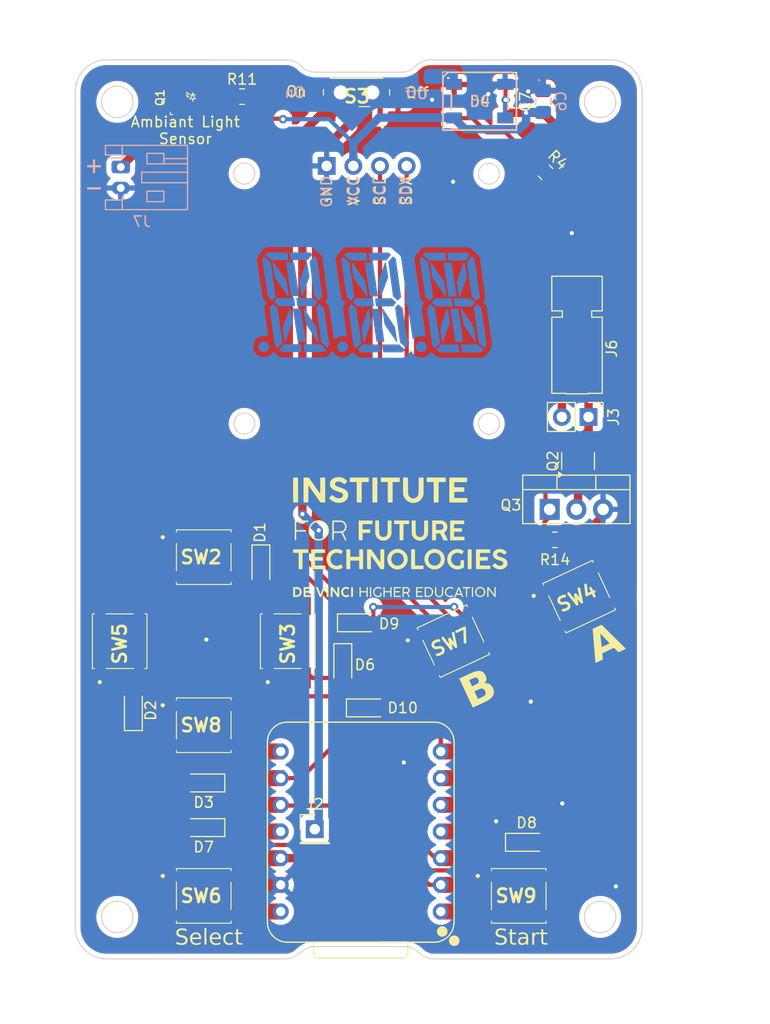
<source format=kicad_pcb>
(kicad_pcb (version 20241229) (generator "pcbnew") (generator_version "9.0")
  (title_block (comment 4 "AISLER Project ID: YSYHIEGV"))
  (layers (0 "F.Cu" signal) (2 "B.Cu" signal) (13 "F.Paste" user) (15 "B.Paste" user) (5 "F.SilkS" user "F.Silkscreen") (7 "B.SilkS" user "B.Silkscreen") (1 "F.Mask" user) (3 "B.Mask" user) (25 "Edge.Cuts" user))
  (net 0 "")
  (net 1 "O_2")
  (net 2 "Net-(D7-A)")
  (net 3 "O_3")
  (net 4 "Net-(D8-A)")
  (net 5 "Net-(D10-A)")
  (net 6 "O_1")
  (net 7 "Net-(D6-A)")
  (net 8 "Net-(D9-A)")
  (net 9 "+3.3V")
  (net 10 "GND")
  (net 11 "I_1")
  (net 12 "Net-(D1-A)")
  (net 13 "Net-(D2-A)")
  (net 14 "I_2")
  (net 15 "I_3")
  (net 16 "Net-(D3-A)")
  (net 17 "Net-(D4-DIN)")
  (net 18 "Net-(D4-DO)")
  (net 19 "/RGB_OUT")
  (net 20 "/SDA")
  (net 21 "/SCL")
  (net 22 "Tr_DRAIN")
  (net 23 "Photo_Tr")
  (net 24 "RGB_LEDs")
  (net 25 "Tr_GATE")
  (net 27 "+BATT_after_switch")
  (net 28 "+BATT")
  (footprint "Resistor_SMD:R_0805_2012Metric_Pad1.20x1.40mm_HandSolder" (layer "F.Cu") (at 168.8 63.1 -45)
    (property "Reference" "R4")
    (property "Value" "330")
  )
  (footprint "LED_SMD:LED_Inolux_IN-PI554FCH_PLCC4_5.0x5.0mm_P3.2mm" (layer "F.Cu") (at 162.55 56.35)
    (property "Reference" "D4")
    (property "Value" "Inolux_IN-PI554FCH")
  )
  (footprint "footprints:SSD1306_module" (layer "F.Cu") (at 151.77 70.12)
    (property "Reference" "J1" (hide yes))
    (property "Value" "Conn_01x04_Socket")
    (fp_circle (center -11.6525 -6.89) (end -10.6525 -6.89) (stroke (width 0.1)) (fill no) (layer "Edge.Cuts"))
    (fp_circle (center -11.644941 16.913663) (end -10.644941 16.913663) (stroke (width 0.1)) (fill no) (layer "Edge.Cuts"))
    (fp_circle (center 11.653495 -6.880162) (end 12.653495 -6.880162) (stroke (width 0.1)) (fill no) (layer "Edge.Cuts"))
    (fp_circle (center 11.653495 16.913663) (end 12.653495 16.913663) (stroke (width 0.1)) (fill no) (layer "Edge.Cuts"))
  )
  (footprint "footprints:PTS526SK15SMTR2LFS" (layer "F.Cu") (at 160.026577 107.744346 25)
    (property "Reference" "SW7")
    (property "Value" "PTS526_SK15_SMTR2_LFS" (hide yes))
  )
  (footprint "footprints:PTS526SK15SMTR2LFS" (layer "F.Cu") (at 136.25 99.75)
    (property "Reference" "SW2")
    (property "Value" "PTS526_SK15_SMTR2_LFS" (hide yes))
  )
  (footprint "Diode_SMD:D_SOD-323_HandSoldering" (layer "F.Cu") (at 136.25 121.25 180)
    (property "Reference" "D3")
    (property "Value" "1N4148WS")
  )
  (footprint "Resistor_SMD:R_0805_2012Metric_Pad1.20x1.40mm_HandSolder" (layer "F.Cu") (at 139.9 55.9)
    (property "Reference" "R11")
    (property "Value" "1M")
  )
  (footprint "footprints:PTS526SK15SMTR2LFS" (layer "F.Cu") (at 166.25 132)
    (property "Reference" "SW9")
    (property "Value" "PTS526_SK15_SMTR2_LFS" (hide yes))
  )
  (footprint "Motors:Vybronics_VZ30C1T8219732L" (layer "F.Cu") (at 171.8 78.6 180)
    (property "Reference" "J6")
    (property "Value" "Conn_01x02_Pin")
  )
  (footprint "Local footprints:SFH3710" (layer "F.Cu") (at 133.8 55.9 90)
    (property "Reference" "Q1")
    (property "Value" "Q_Photo_NPN")
  )
  (footprint "Diode_SMD:D_SOD-323_HandSoldering" (layer "F.Cu") (at 136.25 125.5 180)
    (property "Reference" "D7")
    (property "Value" "1N4148WS")
  )
  (footprint "Diode_SMD:D_SOD-323_HandSoldering" (layer "F.Cu") (at 151 106)
    (property "Reference" "D9")
    (property "Value" "1N4148WS")
  )
  (footprint "Diode_SMD:D_SOD-323_HandSoldering" (layer "F.Cu") (at 167 126.9)
    (property "Reference" "D8")
    (property "Value" "1N4148WS")
  )
  (footprint "footprints:PTS526SK15SMTR2LFS" (layer "F.Cu") (at 136.25 132)
    (property "Reference" "SW6")
    (property "Value" "PTS526_SK15_SMTR2_LFS" (hide yes))
  )
  (footprint "Diode_SMD:D_SOD-323_HandSoldering" (layer "F.Cu") (at 129.55 114.25 90)
    (property "Reference" "D2")
    (property "Value" "1N4148WS")
  )
  (footprint "footprints:PTS526SK15SMTR2LFS" (layer "F.Cu") (at 172.0122 103.510001 25)
    (property "Reference" "SW4")
    (property "Value" "PTS526_SK15_SMTR2_LFS" (hide yes))
  )
  (footprint "Fiducial:Fiducial_0.5mm_Mask1.5mm" (layer "F.Cu") (at 128 130.6)
    (property "Reference" "REF**" (hide yes))
    (property "Value" "Fiducial_0.5mm_Mask1.5mm")
  )
  (footprint "footprints:MSK12C02" (layer "F.Cu") (at 150.8 55.5 180)
    (property "Reference" "S3")
    (property "Value" "MSK12C02" (hide yes))
  )
  (footprint "footprints:PTS526SK15SMTR2LFS" (layer "F.Cu") (at 144.25 107.75 90)
    (property "Reference" "SW3")
    (property "Value" "PTS526_SK15_SMTR2_LFS" (hide yes))
  )
  (footprint "Diode_SMD:D_SOD-323_HandSoldering" (layer "F.Cu") (at 151.85 114.1)
    (property "Reference" "D10")
    (property "Value" "1N4148WS")
  )
  (footprint "footprints:PTS526SK15SMTR2LFS" (layer "F.Cu") (at 128.25 107.75 90)
    (property "Reference" "SW5")
    (property "Value" "PTS526_SK15_SMTR2_LFS" (hide yes))
  )
  (footprint "Diode_SMD:D_SOD-323_HandSoldering" (layer "F.Cu") (at 141.7 100.6 -90)
    (property "Reference" "D1")
    (property "Value" "1N4148WS")
  )
  (footprint "Resistor_SMD:R_0805_2012Metric_Pad1.20x1.40mm_HandSolder" (layer "F.Cu") (at 169.7 98.1)
    (property "Reference" "R14")
    (property "Value" "10K")
  )
  (footprint "Capacitor_SMD:C_0805_2012Metric_Pad1.18x1.45mm_HandSolder" (layer "F.Cu") (at 168.55 56.4 90)
    (property "Reference" "C7")
    (property "Value" "10u")
  )
  (footprint "footprints:PTS526SK15SMTR2LFS" (layer "F.Cu") (at 136.25 115.75)
    (property "Reference" "SW8")
    (property "Value" "PTS526_SK15_SMTR2_LFS" (hide yes))
  )
  (footprint "footprints:XIAO-ESP32S3-DIP" (layer "F.Cu") (at 151.205 125.87 180)
    (property "Reference" "U1" (hide yes))
    (property "Value" "XIAO-ESP32-S3-DIP")
  )
  (footprint "Connector_PinHeader_2.54mm:PinHeader_1x01_P2.54mm_Vertical" (layer "F.Cu") (at 146.825 125.65)
    (property "Reference" "J2")
    (property "Value" "Conn_01x01_Pin")
  )
  (footprint "Package_TO_SOT_THT:TO-220-3_Vertical" (layer "F.Cu") (at 169.2 95.2)
    (property "Reference" "Q3")
    (property "Value" "IRFZ44N")
  )
  (footprint "Package_TO_SOT_SMD:SOT-23-3" (layer "F.Cu") (at 171.9 90.6 90)
    (property "Reference" "Q2")
    (property "Value" "Q_NMOS_GSD")
  )
  (footprint "Connector_PinHeader_2.54mm:PinHeader_1x02_P2.54mm_Vertical" (layer "F.Cu") (at 172.9 86.4 -90)
    (property "Reference" "J3")
    (property "Value" "Conn_01x02_Pin")
  )
  (footprint "footprints:Logo_IFT_50mm_silk" (layer "F.Cu") (at 155 96)
    (property "Reference" "REF**" (hide yes))
    (property "Value" "LOGO" (hide yes))
  )
  (footprint "Diode_SMD:D_SOD-323_HandSoldering" (layer "F.Cu") (at 149.5 110 -90)
    (property "Reference" "D6")
    (property "Value" "1N4148WS")
  )
  (footprint "LED_SMD:LED_Inolux_IN-PI554FCH_PLCC4_5.0x5.0mm_P3.2mm" (layer "B.Cu") (at 162.5 56.3 180)
    (property "Reference" "D5")
    (property "Value" "Inolux_IN-PI554FCH")
  )
  (footprint "footprints:segments" (layer "B.Cu") (at 145 75.475 180)
    (property "Reference" "REF**" (hide yes))
    (property "Value" "LOGO" (hide yes))
  )
  (footprint "Connector_JST:JST_PH_S2B-PH-K_1x02_P2.00mm_Horizontal" (layer "B.Cu") (at 128.35 62.6 -90)
    (property "Reference" "J7")
    (property "Value" "Conn_01x02")
  )
  (footprint "Capacitor_SMD:C_0805_2012Metric_Pad1.18x1.45mm_HandSolder" (layer "B.Cu") (at 168.6 56.3375 90)
    (property "Reference" "C6")
    (property "Value" "10u")
  )
  (footprint "footprints:segments" (layer "B.Cu") (at 160 75.5 180)
    (property "Reference" "REF**" (hide yes))
    (property "Value" "LOGO" (hide yes))
  )
  (footprint "footprints:segments" (layer "B.Cu") (at 152.5 75.5 180)
    (property "Reference" "REF**" (hide yes))
    (property "Value" "LOGO" (hide yes))
  )
  (gr_line (start 146.943063 53.573774) (end 155.014633 53.573774) (stroke (width 0.1)) (layer "Edge.Cuts"))
  (gr_arc (start 156.428847 52.987989) (mid 155.780003 53.42154) (end 155.014633 53.573774) (stroke (width 0.1)) (layer "Edge.Cuts"))
  (gr_arc (start 178.000001 135.000001) (mid 177.121321 137.121321) (end 175 138.000001) (stroke (width 0.1)) (layer "Edge.Cuts"))
  (gr_arc (start 124.02 55.400001) (mid 124.898674 53.278669) (end 127.02 52.400001) (stroke (width 0.1)) (layer "Edge.Cuts"))
  (gr_arc (start 146.943063 53.573774) (mid 146.177709 53.421505) (end 145.528848 52.987988) (stroke (width 0.1)) (layer "Edge.Cuts"))
  (gr_circle (center 128.02 56.400001) (end 129.520001 56.400001) (stroke (width 0.1)) (fill no) (layer "Edge.Cuts"))
  (gr_arc (start 145.4218 137.416002) (mid 146.070647 136.982454) (end 146.836016 136.830215) (stroke (width 0.1)) (layer "Edge.Cuts"))
  (gr_arc (start 127.02 138.000002) (mid 124.898674 137.121323) (end 124.02 135.000002) (stroke (width 0.1)) (layer "Edge.Cuts"))
  (gr_line (start 127.02 138.000002) (end 144.007585 138.001787) (stroke (width 0.1)) (layer "Edge.Cuts"))
  (gr_arc (start 144.114633 52.402201) (mid 144.879999 52.554447) (end 145.528848 52.987988) (stroke (width 0.1)) (layer "Edge.Cuts"))
  (gr_line (start 146.836016 136.830215) (end 155.358864 136.828471) (stroke (width 0.1)) (layer "Edge.Cuts"))
  (gr_line (start 175 52.400002) (end 157.843063 52.402201) (stroke (width 0.1)) (layer "Edge.Cuts"))
  (gr_arc (start 175 52.400002) (mid 177.121314 53.278682) (end 178 55.400001) (stroke (width 0.1)) (layer "Edge.Cuts"))
  (gr_circle (center 174 56.402201) (end 175.500001 56.402201) (stroke (width 0.1)) (fill no) (layer "Edge.Cuts"))
  (gr_line (start 178 55.400001) (end 178.000001 135.000001) (stroke (width 0.1)) (layer "Edge.Cuts"))
  (gr_circle (center 174 134.000001) (end 174 132.5) (stroke (width 0.1)) (fill no) (layer "Edge.Cuts"))
  (gr_line (start 124.02 135.000002) (end 124.02 55.400001) (stroke (width 0.1)) (layer "Edge.Cuts"))
  (gr_arc (start 156.428847 52.987989) (mid 157.077687 52.554421) (end 157.843063 52.402201) (stroke (width 0.1)) (layer "Edge.Cuts"))
  (gr_arc (start 158.187294 138.000042) (mid 157.421925 137.847802) (end 156.773079 137.414256) (stroke (width 0.1)) (layer "Edge.Cuts"))
  (gr_line (start 144.114633 52.402201) (end 127.02 52.400001) (stroke (width 0.1)) (layer "Edge.Cuts"))
  (gr_line (start 158.187294 138.000041) (end 175 138.000001) (stroke (width 0.1)) (layer "Edge.Cuts"))
  (gr_arc (start 155.358864 136.828471) (mid 156.124228 136.980711) (end 156.773079 137.414256) (stroke (width 0.1)) (layer "Edge.Cuts"))
  (gr_circle (center 128.020001 134.000002) (end 128.020001 132.500001) (stroke (width 0.1)) (fill no) (layer "Edge.Cuts"))
  (gr_arc (start 145.4218 137.416002) (mid 144.772952 137.849543) (end 144.007585 138.001787) (stroke (width 0.1)) (layer "Edge.Cuts"))
  (gr_text "+" (at 125.8 63.3 -0) (layer "F.SilkS") (effects (font (size 1.5 1.5) (thickness 0.2)) (justify bottom)))
  (gr_text "B" (at 161.75 114.7 25) (layer "F.SilkS") (effects (font (size 3 3) (thickness 0.6) (bold yes)) (justify left bottom)))
  (gr_text "On" (at 144 56 0) (layer "F.SilkS") (effects (font (size 1 1)) (justify left bottom)))
  (gr_text "A" (at 173.75 110.3 25) (layer "F.SilkS") (effects (font (size 3 3) (thickness 0.6) (bold yes)) (justify left bottom)))
  (gr_text "-" (at 125.8 65.4 0) (layer "F.SilkS") (effects (font (size 1.5 1.5) (thickness 0.2)) (justify bottom)))
  (gr_text "Start" (at 163.9 136.9 0) (layer "F.SilkS") (effects (font (size 1.5 1.5)) (justify left bottom)))
  (gr_text "Off" (at 155.4 56.1 0) (layer "F.SilkS") (effects (font (size 1 1)) (justify left bottom)))
  (gr_text "Ambiant Light\nSensor" (at 134.5 60.5 0) (layer "F.SilkS") (effects (font (size 1 1)) (justify bottom)))
  (gr_text "Select" (at 133.5 136.9 0) (layer "F.SilkS") (effects (font (size 1.5 1.5)) (justify left bottom)))
  (gr_text "-" (at 125.8 65.4 -0) (layer "B.SilkS") (effects (font (size 1.5 1.5) (thickness 0.2)) (justify bottom mirror)))
  (gr_text "On" (at 146 56.1 -0) (layer "B.SilkS") (effects (font (size 1 1)) (justify left bottom mirror)))
  (gr_text "Off" (at 157.7 56.2 -0) (layer "B.SilkS") (effects (font (size 1 1)) (justify left bottom mirror)))
  (gr_text "+" (at 125.8 63.3 0) (layer "B.SilkS") (effects (font (size 1.5 1.5) (thickness 0.2)) (justify bottom mirror)))
  (segment (start 139.25 130) (end 139.25 129) (width 0.4) (layer "F.Cu") (net 1))
  (segment (start 142.4 110.75) (end 142.4 104.75) (width 0.4) (layer "F.Cu") (net 1))
  (segment (start 128.85 114.2) (end 128.1 114.95) (width 0.4) (layer "F.Cu") (net 1))
  (segment (start 142.4 110.75) (end 138.9 110.75) (width 0.4) (layer "F.Cu") (net 1))
  (segment (start 153.95 127.15) (end 157.75 130.95) (width 0.4) (layer "F.Cu") (net 1))
  (segment (start 157.75 130.95) (end 159.66 130.95) (width 0.4) (layer "F.Cu") (net 1))
  (segment (start 141.1 127.15) (end 153.95 127.15) (width 0.4) (layer "F.Cu") (net 1))
  (segment (start 134.25 115.4) (end 131.6 115.4) (width 0.4) (layer "F.Cu") (net 1))
  (segment (start 139.25 129) (end 141.1 127.15) (width 0.4) (layer "F.Cu") (net 1))
  (segment (start 131.6 115.4) (end 130.4 114.2) (width 0.4) (layer "F.Cu") (net 1))
  (segment (start 128.1 114.95) (end 128.1 124.85) (width 0.4) (layer "F.Cu") (net 1))
  (segment (start 138.9 110.75) (end 134.25 115.4) (width 0.4) (layer "F.Cu") (net 1))
  (segment (start 130.4 114.2) (end 128.85 114.2) (width 0.4) (layer "F.Cu") (net 1))
  (segment (start 128.1 124.85) (end 133.25 130) (width 0.4) (layer "F.Cu") (net 1))
  (segment (start 162.75 130.15) (end 162.65 130.15) (width 0.4) (layer "F.Cu") (net 1))
  (segment (start 162.65 130.15) (end 161.85 130.95) (width 0.4) (layer "F.Cu") (net 1))
  (segment (start 161.85 130.95) (end 159.66 130.95) (width 0.4) (layer "F.Cu") (net 1))
  (segment (start 135 131.95) (end 133.25 133.7) (width 0.4) (layer "F.Cu") (net 2))
  (segment (start 135 125.5) (end 135 131.95) (width 0.4) (layer "F.Cu") (net 2))
  (segment (start 133.25 133.7) (end 139.25 133.7) (width 0.4) (layer "F.Cu") (net 2))
  (segment (start 158.825 112.322918) (end 159.2 111.947918) (width 0.4) (layer "F.Cu") (net 3))
  (segment (start 158.825 118.25) (end 158.825 112.322918) (width 0.4) (layer "F.Cu") (net 3))
  (segment (start 162.41681 104.588513) (end 163.692827 103.312496) (width 0.4) (layer "F.Cu") (net 3))
  (segment (start 157.235531 107.335531) (end 156.52581 107.335531) (width 0.4) (layer "F.Cu") (net 3))
  (segment (start 159.2 111.947918) (end 159.2 109.3) (width 0.4) (layer "F.Cu") (net 3))
  (segment (start 163.692827 103.312496) (end 168.058279 103.312496) (width 0.4) (layer "F.Cu") (net 3))
  (segment (start 159.2 109.3) (end 157.235531 107.335531) (width 0.4) (layer "F.Cu") (net 3))
  (segment (start 163.4 133.85) (end 162.75 133.85) (width 0.4) (layer "F.Cu") (net 4))
  (segment (start 168.249999 126.9) (end 168.249999 129.000001) (width 0.4) (layer "F.Cu") (net 4))
  (segment (start 168.249999 129.000001) (end 163.4 133.85) (width 0.4) (layer "F.Cu") (net 4))
  (segment (start 157.51113 110.68887) (end 158.089497 110.68887) (width 0.4) (layer "F.Cu") (net 5))
  (segment (start 153.1 114.1) (end 153.571633 113.628367) (width 0.4) (layer "F.Cu") (net 5))
  (segment (start 154.571633 113.628367) (end 157.51113 110.68887) (width 0.4) (layer "F.Cu") (net 5))
  (segment (start 153.571633 113.628367) (end 154.571633 113.628367) (width 0.4) (layer "F.Cu") (net 5))
  (segment (start 142.75 118.25) (end 139.25 114.75) (width 0.4) (layer "F.Cu") (net 6))
  (segment (start 126.4 110.75) (end 126.4 104.75) (width 0.4) (layer "F.Cu") (net 6))
  (segment (start 126.4 104.75) (end 126.4 103) (width 0.4) (layer "F.Cu") (net 6))
  (segment (start 133.25 111.6) (end 126.4 104.75) (width 0.4) (layer "F.Cu") (net 6))
  (segment (start 131.5 97.9) (end 139.25 97.9) (width 0.4) (layer "F.Cu") (net 6))
  (segment (start 126.4 103) (end 131.5 97.9) (width 0.4) (layer "F.Cu") (net 6))
  (segment (start 139.25 114.75) (end 139.25 113.9) (width 0.4) (layer "F.Cu") (net 6))
  (segment (start 133.25 113.9) (end 133.25 111.6) (width 0.4) (layer "F.Cu") (net 6))
  (segment (start 149.5 111.25) (end 146.6 111.25) (width 0.4) (layer "F.Cu") (net 7))
  (segment (start 146.6 111.25) (end 146.1 110.75) (width 0.4) (layer "F.Cu") (net 7))
  (segment (start 146.1 110.75) (end 146.1 104.75) (width 0.4) (layer "F.Cu") (net 7))
  (segment (start 162.265834 106.665834) (end 160.1 104.5) (width 0.4) (layer "F.Cu") (net 8))
  (segment (start 152.4 105.85) (end 152.25 106) (width 0.4) (layer "F.Cu") (net 8))
  (segment (start 169.621967 106.665834) (end 162.265834 106.665834) (width 0.4) (layer "F.Cu") (net 8))
  (segment (start 152.4 104.5) (end 152.4 105.85) (width 0.4) (layer "F.Cu") (net 8))
  (via (at 160.1 104.5) (size 0.8) (drill 0.4) (layers "F.Cu" "B.Cu") (net 8))
  (via (at 152.4 104.5) (size 0.8) (drill 0.4) (layers "F.Cu" "B.Cu") (net 8))
  (segment (start 160.1 104.5) (end 152.4 104.5) (width 0.4) (layer "B.Cu") (net 8))
  (segment (start 170.36 86.4) (end 170.36 83.16) (width 0.8) (layer "F.Cu") (net 9))
  (segment (start 174.860363 101.694994) (end 173.395099 101.694994) (width 0.8) (layer "F.Cu") (net 9))
  (segment (start 168.2 77.7) (end 168.2 81) (width 0.8) (layer "F.Cu") (net 9))
  (segment (start 168.55 57.4375) (end 176.057657 64.945157) (width 0.8) (layer "F.Cu") (net 9))
  (segment (start 170.2 75.7) (end 168.2 77.7) (width 0.8) (layer "F.Cu") (net 9))
  (segment (start 168.2 81) (end 170.15 82.95) (width 0.8) (layer "F.Cu") (net 9))
  (segment (start 176.057657 75.7) (end 176.057657 100.4977) (width 0.8) (layer "F.Cu") (net 9))
  (segment (start 173.1 101.9) (end 173.1 129.7) (width 0.8) (layer "F.Cu") (net 9))
  (segment (start 176.057657 75.7) (end 170.2 75.7) (width 0.8) (layer "F.Cu") (net 9))
  (segment (start 167.9 131.9) (end 164.4 135.4) (width 0.8) (layer "F.Cu") (net 9))
  (segment (start 146.56 128.41) (end 143.585 128.41) (width 0.8) (layer "F.Cu") (net 9))
  (segment (start 170.9 131.9) (end 167.9 131.9) (width 0.8) (layer "F.Cu") (net 9))
  (segment (start 176.057657 64.945157) (end 176.057657 75.7) (width 0.8) (layer "F.Cu") (net 9))
  (segment (start 133.8 56.999999) (end 134.800001 58) (width 0.4) (layer "F.Cu") (net 9))
  (segment (start 170.36 83.16) (end 170.15 82.95) (width 0.8) (layer "F.Cu") (net 9))
  (segment (start 173.395099 101.694994) (end 173.350052 101.649948) (width 0.8) (layer "F.Cu") (net 9))
  (segment (start 165.5125 57.4375) (end 165 57.95) (width 0.8) (layer "F.Cu") (net 9))
  (segment (start 134.800001 58) (end 143.75 58) (width 0.4) (layer "F.Cu") (net 9))
  (segment (start 176.057657 100.4977) (end 174.860363 101.694994) (width 0.8) (layer "F.Cu") (net 9))
  (segment (start 143.75 58) (end 143.8 58.05) (width 0.4) (layer "F.Cu") (net 9))
  (segment (start 173.1 129.7) (end 170.9 131.9) (width 0.8) (layer "F.Cu") (net 9))
  (segment (start 173.350052 101.649948) (end 173.1 101.9) (width 0.8) (layer "F.Cu") (net 9))
  (segment (start 153.55 135.4) (end 146.56 128.41) (width 0.8) (layer "F.Cu") (net 9))
  (segment (start 168.55 57.4375) (end 166.95 57.4375) (width 0.8) (layer "F.Cu") (net 9))
  (segment (start 166.95 57.4375) (end 165.5125 57.4375) (width 0.8) (layer "F.Cu") (net 9))
  (segment (start 164.4 135.4) (end 153.55 135.4) (width 0.8) (layer "F.Cu") (net 9))
  (via (at 143.8 58.05) (size 0.8) (drill 0.4) (layers "F.Cu" "B.Cu") (net 9))
  (via (at 166.95 57.4375) (size 0.8) (drill 0.4) (layers "F.Cu" "B.Cu") (net 9))
  (segment (start 152.95 57.9) (end 150.5 60.35) (width 0.8) (layer "B.Cu") (net 9))
  (segment (start 148.2 58.05) (end 143.8 58.05) (width 0.4) (layer "B.Cu") (net 9))
  (segment (start 168.6 57.375) (end 167.0125 57.375) (width 0.8) (layer "B.Cu") (net 9))
  (segment (start 160.05 57.9) (end 152.95 57.9) (width 0.8) (layer "B.Cu") (net 9))
  (segment (start 167.0125 57.375) (end 166.95 57.4375) (width 0.8) (layer "B.Cu") (net 9))
  (segment (start 150.5 60.35) (end 148.2 58.05) (width 0.4) (layer "B.Cu") (net 9))
  (segment (start 166.95 58.352) (end 166.301 59.001) (width 0.8) (layer "B.Cu") (net 9))
  (segment (start 161.151 59.001) (end 160.05 57.9) (width 0.8) (layer "B.Cu") (net 9))
  (segment (start 166.95 57.4375) (end 166.95 58.352) (width 0.8) (layer "B.Cu") (net 9))
  (segment (start 150.5 60.35) (end 150.5 62.5) (width 0.8) (layer "B.Cu") (net 9))
  (segment (start 166.301 59.001) (end 161.151 59.001) (width 0.8) (layer "B.Cu") (net 9))
  (segment (start 174.28 95.82) (end 174.28 95.2) (width 0.8) (layer "F.Cu") (net 10))
  (segment (start 172 98.1) (end 174.28 95.82) (width 0.8) (layer "F.Cu") (net 10))
  (segment (start 170.7 98.1) (end 172 98.1) (width 0.8) (layer "F.Cu") (net 10))
  (via (at 164.1 124.9) (size 0.8) (drill 0.4) (layers "F.Cu" "B.Cu") (net 10))
  (via (at 171.3 68.9) (size 0.8) (drill 0.4) (layers "F.Cu" "B.Cu") (net 10))
  (via (at 167.4 113.5) (size 0.8) (drill 0.4) (layers "F.Cu" "B.Cu") (net 10))
  (via (at 158 56.2) (size 0.8) (drill 0.4) (layers "F.Cu" "B.Cu") (net 10))
  (via (at 163.35 55.65) (size 0.8) (drill 0.4) (layers "F.Cu" "B.Cu") (net 10))
  (via (at 167.15 55.4) (size 0.8) (drill 0.4) (layers "F.Cu" "B.Cu") (net 10))
  (via (at 155.3 119.3) (size 0.8) (drill 0.4) (layers "F.Cu" "B.Cu") (net 10))
  (via (at 170.4 123.2) (size 0.8) (drill 0.4) (layers "F.Cu" "B.Cu") (net 10))
  (via (at 160 64) (size 0.8) (drill 0.4) (layers "F.Cu" "B.Cu") (net 10))
  (via (at 136.5 107.6) (size 0.8) (drill 0.4) (layers "F.Cu" "B.Cu") (net 10))
  (via (at 175.5 131.1) (size 0.8) (drill 0.4) (layers "F.Cu" "B.Cu") (net 10))
  (segment (start 166.8 54.7) (end 168 54.7) (width 0.8) (layer "B.Cu") (net 10))
  (segment (start 166.8 55.05) (end 167.15 55.4) (width 0.4) (layer "B.Cu") (net 10))
  (segment (start 164.95 54.7) (end 164.3 54.7) (width 0.4) (layer "B.Cu") (net 10))
  (segment (start 164.95 54.7) (end 166.8 54.7) (width 0.8) (layer "B.Cu") (net 10))
  (segment (start 166.8 54.7) (end 166.8 55.05) (width 0.4) (layer "B.Cu") (net 10))
  (segment (start 164.3 54.7) (end 163.35 55.65) (width 0.4) (layer "B.Cu") (net 10))
  (segment (start 168 54.7) (end 168.6 55.3) (width 0.8) (layer "B.Cu") (net 10))
  (segment (start 149.8 105.3) (end 143.85 99.35) (width 0.4) (layer "F.Cu") (net 11))
  (segment (start 149.7 108.55) (end 149.5 108.75) (width 0.4) (layer "F.Cu") (net 11))
  (segment (start 145.51 120.79) (end 151.5 114.8) (width 0.4) (layer "F.Cu") (net 11))
  (segment (start 151.5 111.1) (end 149.5 109.1) (width 0.4) (layer "F.Cu") (net 11))
  (segment (start 143.85 99.35) (end 141.7 99.35) (width 0.4) (layer "F.Cu") (net 11))
  (segment (start 149.75 106) (end 149.8 105.95) (width 0.4) (layer "F.Cu") (net 11))
  (segment (start 151.5 114.8) (end 151.5 111.1) (width 0.4) (layer "F.Cu") (net 11))
  (segment (start 149.75 106) (end 149.7 106.05) (width 0.4) (layer "F.Cu") (net 11))
  (segment (start 149.8 105.95) (end 149.8 105.3) (width 0.4) (layer "F.Cu") (net 11))
  (segment (start 143.585 120.79) (end 145.51 120.79) (width 0.4) (layer "F.Cu") (net 11))
  (segment (start 149.5 109.1) (end 149.5 108.75) (width 0.4) (layer "F.Cu") (net 11))
  (segment (start 149.7 106.05) (end 149.7 108.55) (width 0.4) (layer "F.Cu") (net 11))
  (segment (start 141.15 101.6) (end 141.3 101.75) (width 0.4) (layer "F.Cu") (net 12))
  (segment (start 141.3 101.75) (end 141.6 101.75) (width 0.4) (layer "F.Cu") (net 12))
  (segment (start 141.6 101.75) (end 141.7 101.85) (width 0.4) (layer "F.Cu") (net 12))
  (segment (start 133.25 101.6) (end 141.15 101.6) (width 0.4) (layer "F.Cu") (net 12))
  (segment (start 130.1 112.45) (end 129.55 113) (width 0.4) (layer "F.Cu") (net 13))
  (segment (start 130.1 110.75) (end 130.1 112.45) (width 0.4) (layer "F.Cu") (net 13))
  (segment (start 150.6 114.1) (end 149.5 113) (width 0.4) (layer "F.Cu") (net 14))
  (segment (start 135.45 123.45) (end 136.35 124.35) (width 0.4) (layer "F.Cu") (net 14))
  (segment (start 149.5 113) (end 138.498 113) (width 0.4) (layer "F.Cu") (net 14))
  (segment (start 138.498 113) (end 136.35 115.148) (width 0.4) (layer "F.Cu") (net 14))
  (segment (start 136.35 115.148) (end 136.35 124.35) (width 0.4) (layer "F.Cu") (net 14))
  (segment (start 129.55 119.1) (end 133.7 123.25) (width 0.4) (layer "F.Cu") (net 14))
  (segment (start 129.55 115.5) (end 129.55 119.1) (width 0.4) (layer "F.Cu") (net 14))
  (segment (start 136.35 124.35) (end 137.5 125.5) (width 0.4) (layer "F.Cu") (net 14))
  (segment (start 142.38 125.5) (end 142.75 125.87) (width 0.4) (layer "F.Cu") (net 14))
  (segment (start 133.7 123.25) (end 135.45 123.25) (width 0.4) (layer "F.Cu") (net 14))
  (segment (start 137.5 125.5) (end 142.38 125.5) (width 0.4) (layer "F.Cu") (net 14))
  (segment (start 135.45 123.25) (end 135.45 123.45) (width 0.4) (layer "F.Cu") (net 14))
  (segment (start 164.022 126.9) (end 165.750001 126.9) (width 0.4) (layer "F.Cu") (net 15))
  (segment (start 151.7 123.4) (end 157.873 129.573) (width 0.4) (layer "F.Cu") (net 15))
  (segment (start 143.655 123.4) (end 151.7 123.4) (width 0.4) (layer "F.Cu") (net 15))
  (segment (start 142.75 123.33) (end 139.58 123.33) (width 0.4) (layer "F.Cu") (net 15))
  (segment (start 143.585 123.33) (end 143.655 123.4) (width 0.4) (layer "F.Cu") (net 15))
  (segment (start 157.873 129.573) (end 161.349 129.573) (width 0.4) (layer "F.Cu") (net 15))
  (segment (start 165.617001 127.033) (end 165.750001 126.9) (width 0.4) (layer "F.Cu") (net 15))
  (segment (start 161.349 129.573) (end 164.022 126.9) (width 0.4) (layer "F.Cu") (net 15))
  (segment (start 139.58 123.33) (end 137.5 121.25) (width 0.4) (layer "F.Cu") (net 15))
  (segment (start 133.25 119.5) (end 135 121.25) (width 0.4) (layer "F.Cu") (net 16))
  (segment (start 133.25 117.6) (end 133.25 119.5) (width 0.4) (layer "F.Cu") (net 16))
  (segment (start 165 59.3) (end 168.092893 62.392893) (width 0.4) (layer "F.Cu") (net 17))
  (segment (start 163.2 59.3) (end 165 59.3) (width 0.4) (layer "F.Cu") (net 17))
  (segment (start 161.85 57.95) (end 163.2 59.3) (width 0.4) (layer "F.Cu") (net 17))
  (segment (start 160.1 57.95) (end 161.85 57.95) (width 0.4) (layer "F.Cu") (net 17))
  (segment (start 165 54.75) (end 165 56.2) (width 0.4) (layer "F.Cu") (net 18))
  (via (at 165 56.2) (size 0.8) (drill 0.4) (layers "F.Cu" "B.Cu") (net 18))
  (segment (start 164.95 57.9) (end 164.95 56.25) (width 0.4) (layer "B.Cu") (net 18))
  (segment (start 164.95 56.25) (end 165 56.2) (width 0.4) (layer "B.Cu") (net 18))
  (segment (start 157.65 53.65) (end 157.6 53.7) (width 0.8) (layer "B.Cu") (net 19))
  (segment (start 157.6 54.3) (end 159.05 54.3) (width 0.8) (layer "B.Cu") (net 19))
  (segment (start 157.6 53.7) (end 157.6 54.3) (width 0.8) (layer "B.Cu") (net 19))
  (segment (start 159.05 54.3) (end 159.1 54.35) (width 0.8) (layer "B.Cu") (net 19))
  (segment (start 160.05 53.65) (end 157.65 53.65) (width 0.8) (layer "B.Cu") (net 19))
  (segment (start 160.05 54.7) (end 160.05 53.65) (width 0.8) (layer "B.Cu") (net 19))
  (segment (start 160.87 123.33) (end 159.66 123.33) (width 0.4) (layer "F.Cu") (net 20))
  (segment (start 155.58 101.38) (end 162.4 108.2) (width 0.4) (layer "F.Cu") (net 20))
  (segment (start 155.58 62.5) (end 155.58 101.38) (width 0.4) (layer "F.Cu") (net 20))
  (segment (start 162.4 108.2) (end 162.4 121.8) (width 0.4) (layer "F.Cu") (net 20))
  (segment (start 162.4 121.8) (end 160.87 123.33) (width 0.4) (layer "F.Cu") (net 20))
  (segment (start 161.7 117.829952) (end 160.7 116.829952) (width 0.4) (layer "F.Cu") (net 21))
  (segment (start 160.61 120.79) (end 161.7 119.7) (width 0.4) (layer "F.Cu") (net 21))
  (segment (start 158.825 120.79) (end 160.61 120.79) (width 0.4) (layer "F.Cu") (net 21))
  (segment (start 160.7 116.829952) (end 160.7 108.4) (width 0.4) (layer "F.Cu") (net 21))
  (segment (start 161.7 119.7) (end 161.7 117.829952) (width 0.4) (layer "F.Cu") (net 21))
  (segment (start 160.7 108.4) (end 153.04 100.74) (width 0.4) (layer "F.Cu") (net 21))
  (segment (start 153.04 100.74) (end 153.04 62.5) (width 0.4) (layer "F.Cu") (net 21))
  (segment (start 172.9 87.7) (end 172.9 83.5) (width 0.8) (layer "F.Cu") (net 22))
  (segment (start 171.9 89.4625) (end 171.9 88.7) (width 0.8) (layer "F.Cu") (net 22))
  (segment (start 171.9 89.4625) (end 171.9 95.04) (width 0.8) (layer "F.Cu") (net 22))
  (segment (start 172.9 83.5) (end 173.45 82.95) (width 0.8) (layer "F.Cu") (net 22))
  (segment (start 171.9 95.04) (end 171.74 95.2) (width 0.8) (layer "F.Cu") (net 22))
  (segment (start 171.9 88.7) (end 172.9 87.7) (width 0.8) (layer "F.Cu") (net 22))
  (segment (start 126.35 80.35) (end 151 105) (width 0.4) (layer "F.Cu") (net 23))
  (segment (start 130.55 56.123001) (end 130.55 57.55) (width 0.4) (layer "F.Cu") (net 23))
  (segment (start 126.25 61.85) (end 126.25 64.9) (width 0.4) (layer "F.Cu") (net 23))
  (segment (start 152.1 122.2) (end 158.31 128.41) (width 0.4) (layer "F.Cu") (net 23))
  (segment (start 133.8 54.800001) (end 133.599999 54.6) (width 0.4) (layer "F.Cu") (net 23))
  (segment (start 151 105) (end 151 106.901472) (width 0.4) (layer "F.Cu") (net 23))
  (segment (start 138.9 55.9) (end 137.8 54.8) (width 0.4) (layer "F.Cu") (net 23))
  (segment (start 133.800001 54.8) (end 133.8 54.800001) (width 0.4) (layer "F.Cu") (net 23))
  (segment (start 137.8 54.8) (end 133.800001 54.8) (width 0.4) (layer "F.Cu") (net 23))
  (segment (start 133.599999 54.6) (end 132.073001 54.6) (width 0.4) (layer "F.Cu") (net 23))
  (segment (start 160.541472 128.41) (end 159.66 128.41) (width 0.4) (layer "F.Cu") (net 23))
  (segment (start 158.31 128.41) (end 158.825 128.41) (width 0.4) (layer "F.Cu") (net 23))
  (segment (start 126.35 65) (end 126.35 80.35) (width 0.4) (layer "F.Cu") (net 23))
  (segment (start 151 106.901472) (end 152.1 108.001472) (width 0.4) (layer "F.Cu") (net 23))
  (segment (start 132.073001 54.6) (end 130.55 56.123001) (width 0.4) (layer "F.Cu") (net 23))
  (segment (start 152.1 108.001472) (end 152.1 122.2) (width 0.4) (layer "F.Cu") (net 23))
  (segment (start 126.25 64.9) (end 126.35 65) (width 0.4) (layer "F.Cu") (net 23))
  (segment (start 130.55 57.55) (end 126.25 61.85) (width 0.4) (layer "F.Cu") (net 23))
  (segment (start 166.4 71) (end 166.4 98.4) (width 0.4) (layer "F.Cu") (net 24))
  (segment (start 169.507107 63.807107) (end 169.507107 67.892893) (width 0.4) (layer "F.Cu") (net 24))
  (segment (start 166.4 98.4) (end 171.2 103.2) (width 0.4) (layer "F.Cu") (net 24))
  (segment (start 171.2 103.2) (end 171.2 115.2) (width 0.4) (layer "F.Cu") (net 24))
  (segment (start 171.2 115.2) (end 160.53 125.87) (width 0.4) (layer "F.Cu") (net 24))
  (segment (start 160.53 125.87) (end 159.66 125.87) (width 0.4) (layer "F.Cu") (net 24))
  (segment (start 169.507107 67.892893) (end 166.4 71) (width 0.4) (layer "F.Cu") (net 24))
  (segment (start 168.8 94.8) (end 168.8 92.3875) (width 0.4) (layer "F.Cu") (net 25))
  (segment (start 169.55 91.6375) (end 170.85 91.6375) (width 0.4) (layer "F.Cu") (net 25))
  (segment (start 168.8 92.3875) (end 169.55 91.6375) (width 0.4) (layer "F.Cu") (net 25))
  (segment (start 169.2 95.2) (end 168.8 94.8) (width 0.4) (layer "F.Cu") (net 25))
  (segment (start 167 120.6) (end 172.1 115.5) (width 0.4) (layer "F.Cu") (net 25))
  (segment (start 172.1 115.5) (end 172.1 102.6) (width 0.4) (layer "F.Cu") (net 25))
  (segment (start 169.2 95.2) (end 169.2 95.9) (width 0.4) (layer "F.Cu") (net 25))
  (segment (start 170.85 91.6375) (end 170.95 91.7375) (width 0.4) (layer "F.Cu") (net 25))
  (segment (start 159.66 133.49) (end 161.25 131.9) (width 0.4) (layer "F.Cu") (net 25))
  (segment (start 172.1 102.6) (end 168.7 99.2) (width 0.4) (layer "F.Cu") (net 25))
  (segment (start 169.2 95.9) (end 168.7 96.4) (width 0.4) (layer "F.Cu") (net 25))
  (segment (start 161.25 131.9) (end 163.2 131.9) (width 0.4) (layer "F.Cu") (net 25))
  (segment (start 167 128.1) (end 167 120.6) (width 0.4) (layer "F.Cu") (net 25))
  (segment (start 163.2 131.9) (end 167 128.1) (width 0.4) (layer "F.Cu") (net 25))
  (segment (start 168.7 96.4) (end 168.7 98.1) (width 0.4) (layer "F.Cu") (net 25))
  (segment (start 168.7 99.2) (end 168.7 98.1) (width 0.4) (layer "F.Cu") (net 25))
  (segment (start 150 58.6) (end 148.7 59.9) (width 0.8) (layer "F.Cu") (net 27))
  (segment (start 147.5 59.9) (end 145.65 61.75) (width 0.8) (layer "F.Cu") (net 27))
  (segment (start 145.65 61.75) (end 145.65 95.65) (width 0.8) (layer "F.Cu") (net 27))
  (segment (start 148.7 59.9) (end 147.5 59.9) (width 0.8) (layer "F.Cu") (net 27))
  (segment (start 150 57.6) (end 150 58.6) (width 0.8) (layer "F.Cu") (net 27))
  (via (at 145.65 95.65) (size 0.8) (drill 0.4) (layers "F.Cu" "B.Cu") (net 27))
  (via (at 147.2 97.2) (size 0.8) (drill 0.4) (layers "F.Cu" "B.Cu") (net 27))
  (segment (start 147.2 125.275) (end 147.2 97.2) (width 0.8) (layer "B.Cu") (net 27))
  (segment (start 145.65 95.65) (end 147.2 97.2) (width 0.8) (layer "B.Cu") (net 27))
  (segment (start 146.825 125.65) (end 147.2 125.275) (width 0.8) (layer "B.Cu") (net 27))
  (segment (start 131.5 59.45) (end 145.55 59.45) (width 0.8) (layer "F.Cu") (net 28))
  (segment (start 147.45 57.55) (end 148.55 57.55) (width 0.8) (layer "F.Cu") (net 28))
  (segment (start 128.35 62.6) (end 131.5 59.45) (width 0.8) (layer "F.Cu") (net 28))
  (segment (start 145.55 59.45) (end 147.45 57.55) (width 0.8) (layer "F.Cu") (net 28))
  (zone (net 10) (net_name "GND") (layers "F.Cu" "B.Cu") (connect_pads (clearance 0.5)) (min_thickness 0.25) (fill yes (thermal_gap 0.5) (thermal_bridge_width 0.5))
    (polygon (pts (xy 116.85 47.55) (xy 190.2 46.7) (xy 189.7 143.9) (xy 117 144.2)))
  )
)
</source>
